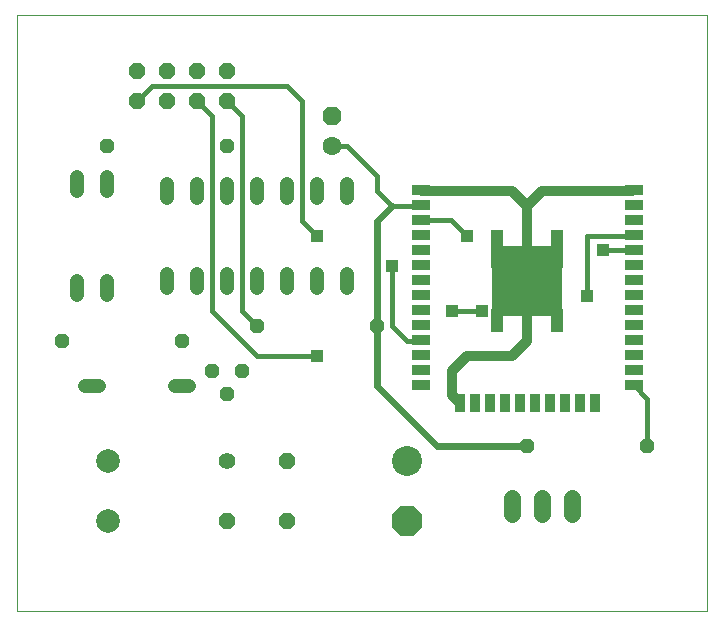
<source format=gtl>
G75*
G70*
%OFA0B0*%
%FSLAX24Y24*%
%IPPOS*%
%LPD*%
%AMOC8*
5,1,8,0,0,1.08239X$1,22.5*
%
%ADD10C,0.0000*%
%ADD11C,0.0787*%
%ADD12C,0.0557*%
%ADD13OC8,0.0557*%
%ADD14C,0.1000*%
%ADD15OC8,0.1000*%
%ADD16OC8,0.0630*%
%ADD17C,0.0630*%
%ADD18C,0.0477*%
%ADD19OC8,0.0477*%
%ADD20R,0.0591X0.0354*%
%ADD21R,0.0354X0.0591*%
%ADD22R,0.2362X0.2362*%
%ADD23C,0.0557*%
%ADD24C,0.0320*%
%ADD25R,0.0425X0.0425*%
%ADD26C,0.0400*%
%ADD27C,0.0160*%
%ADD28C,0.0240*%
D10*
X000101Y000101D02*
X000101Y019971D01*
X023093Y019971D01*
X023093Y000101D01*
X000101Y000101D01*
D11*
X003111Y003109D03*
X003111Y005109D03*
D12*
X007101Y005101D03*
D13*
X009101Y005101D03*
X009101Y003101D03*
X007101Y003101D03*
X007101Y017101D03*
X006101Y017101D03*
X006101Y018101D03*
X007101Y018101D03*
X005101Y018101D03*
X004101Y018101D03*
X004101Y017101D03*
X005101Y017101D03*
D14*
X013101Y005101D03*
D15*
X013101Y003101D03*
D16*
X010601Y016601D03*
D17*
X010601Y015601D03*
D18*
X011101Y014340D02*
X011101Y013862D01*
X010101Y013862D02*
X010101Y014340D01*
X009101Y014340D02*
X009101Y013862D01*
X008101Y013862D02*
X008101Y014340D01*
X007101Y014340D02*
X007101Y013862D01*
X006101Y013862D02*
X006101Y014340D01*
X005101Y014340D02*
X005101Y013862D01*
X003101Y014101D02*
X003101Y014578D01*
X002101Y014578D02*
X002101Y014101D01*
X005101Y011340D02*
X005101Y010862D01*
X006101Y010862D02*
X006101Y011340D01*
X007101Y011340D02*
X007101Y010862D01*
X008101Y010862D02*
X008101Y011340D01*
X009101Y011340D02*
X009101Y010862D01*
X010101Y010862D02*
X010101Y011340D01*
X011101Y011340D02*
X011101Y010862D01*
X005840Y007601D02*
X005362Y007601D01*
X002840Y007601D02*
X002362Y007601D01*
X002101Y010623D02*
X002101Y011101D01*
X003101Y011101D02*
X003101Y010623D01*
D19*
X001601Y009101D03*
X005601Y009101D03*
X006601Y008101D03*
X007101Y007351D03*
X007601Y008101D03*
X008101Y009601D03*
X012101Y009601D03*
X017101Y005601D03*
X021101Y005601D03*
X007101Y015601D03*
X003101Y015601D03*
D20*
X013557Y014132D03*
X013557Y013632D03*
X013557Y013132D03*
X013557Y012632D03*
X013557Y012132D03*
X013557Y011632D03*
X013557Y011132D03*
X013557Y010632D03*
X013557Y010132D03*
X013557Y009632D03*
X013557Y009132D03*
X013557Y008632D03*
X013557Y008132D03*
X013557Y007632D03*
X020644Y007632D03*
X020644Y008132D03*
X020644Y008632D03*
X020644Y009132D03*
X020644Y009632D03*
X020644Y010132D03*
X020644Y010632D03*
X020644Y011132D03*
X020644Y011632D03*
X020644Y012132D03*
X020644Y012632D03*
X020644Y013132D03*
X020644Y013632D03*
X020644Y014132D03*
D21*
X019351Y007046D03*
X018851Y007046D03*
X018351Y007046D03*
X017851Y007046D03*
X017351Y007046D03*
X016851Y007046D03*
X016351Y007046D03*
X015851Y007046D03*
X015351Y007046D03*
X014851Y007046D03*
D22*
X017101Y011101D03*
D23*
X017601Y003880D02*
X017601Y003322D01*
X016601Y003322D02*
X016601Y003880D01*
X018601Y003880D02*
X018601Y003322D01*
D24*
X014851Y007046D02*
X014601Y007296D01*
X014601Y008101D01*
X015101Y008601D01*
X016601Y008601D01*
X017101Y009101D01*
X017101Y011101D01*
X017101Y013601D01*
X017601Y014101D01*
X020601Y014101D01*
X017101Y013601D02*
X016601Y014101D01*
X013601Y014101D01*
D25*
X015101Y012601D03*
X016101Y012601D03*
X018101Y012601D03*
X019632Y012132D03*
X019101Y010601D03*
X018101Y009601D03*
X016101Y009601D03*
X015601Y010101D03*
X014601Y010101D03*
X012601Y011601D03*
X010101Y012601D03*
X010101Y008601D03*
D26*
X016101Y009601D02*
X016101Y010101D01*
X017101Y011101D01*
X018101Y010101D01*
X018101Y009601D01*
X017601Y011101D02*
X017101Y011101D01*
X016601Y011101D01*
X016101Y011601D01*
X016101Y012601D01*
X017601Y011101D02*
X018101Y011601D01*
X018101Y012601D01*
D27*
X019101Y012601D02*
X020613Y012601D01*
X020644Y012632D01*
X020644Y012132D02*
X020613Y012101D01*
X020601Y012101D01*
X020644Y012132D02*
X019632Y012132D01*
X019101Y012601D02*
X019101Y010601D01*
X020644Y007632D02*
X021101Y007176D01*
X021101Y005601D01*
X015601Y010101D02*
X014601Y010101D01*
X013557Y009132D02*
X013526Y009101D01*
X013101Y009101D01*
X012601Y009601D01*
X012601Y011601D01*
X013557Y013132D02*
X014569Y013132D01*
X015101Y012601D01*
X013557Y013632D02*
X013526Y013601D01*
X012601Y013601D01*
X012101Y014101D01*
X012101Y014601D01*
X011101Y015601D01*
X010601Y015601D01*
X009601Y017101D02*
X009601Y013101D01*
X010101Y012601D01*
X007601Y010101D02*
X008101Y009601D01*
X007601Y010101D02*
X007601Y016601D01*
X007101Y017101D01*
X006601Y016601D02*
X006601Y010101D01*
X008101Y008601D01*
X010101Y008601D01*
X006601Y016601D02*
X006101Y017101D01*
X004601Y017601D02*
X009101Y017601D01*
X009601Y017101D01*
X004601Y017601D02*
X004101Y017101D01*
D28*
X012101Y013101D02*
X012601Y013601D01*
X012101Y013101D02*
X012101Y009601D01*
X012101Y007601D01*
X014101Y005601D01*
X017101Y005601D01*
M02*

</source>
